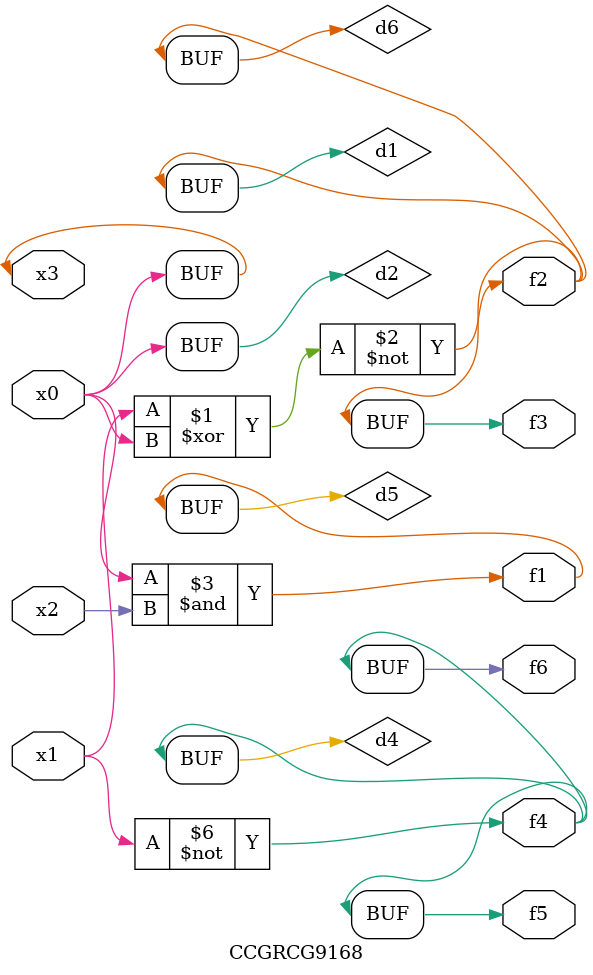
<source format=v>
module CCGRCG9168(
	input x0, x1, x2, x3,
	output f1, f2, f3, f4, f5, f6
);

	wire d1, d2, d3, d4, d5, d6;

	xnor (d1, x1, x3);
	buf (d2, x0, x3);
	nand (d3, x0, x2);
	not (d4, x1);
	nand (d5, d3);
	or (d6, d1);
	assign f1 = d5;
	assign f2 = d6;
	assign f3 = d6;
	assign f4 = d4;
	assign f5 = d4;
	assign f6 = d4;
endmodule

</source>
